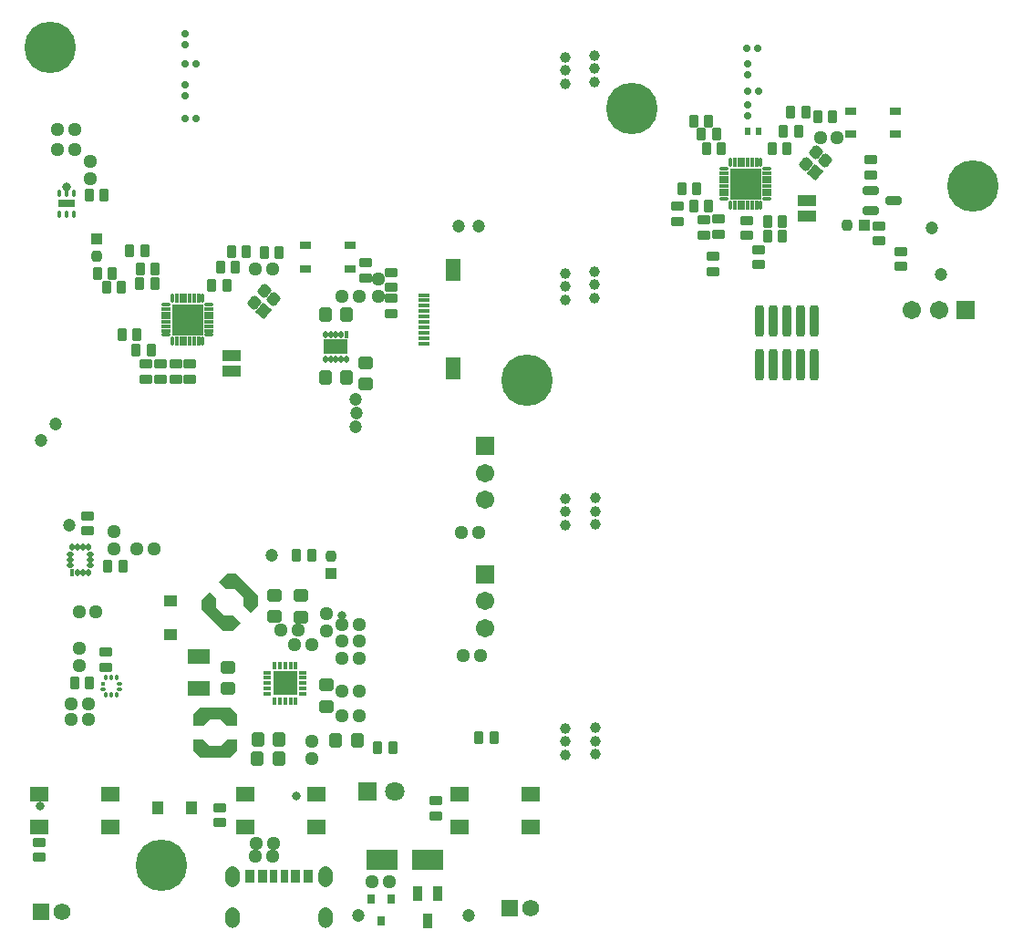
<source format=gbr>
G04*
G04 #@! TF.GenerationSoftware,Altium Limited,Altium Designer,24.10.1 (45)*
G04*
G04 Layer_Color=8388736*
%FSLAX44Y44*%
%MOMM*%
G71*
G04*
G04 #@! TF.SameCoordinates,58AE560C-37F5-4C9B-8F18-908462E99DB1*
G04*
G04*
G04 #@! TF.FilePolarity,Negative*
G04*
G01*
G75*
%ADD28C,1.0000*%
G04:AMPARAMS|DCode=30|XSize=0.6mm|YSize=0.7mm|CornerRadius=0.15mm|HoleSize=0mm|Usage=FLASHONLY|Rotation=0.000|XOffset=0mm|YOffset=0mm|HoleType=Round|Shape=RoundedRectangle|*
%AMROUNDEDRECTD30*
21,1,0.6000,0.4000,0,0,0.0*
21,1,0.3000,0.7000,0,0,0.0*
1,1,0.3000,0.1500,-0.2000*
1,1,0.3000,-0.1500,-0.2000*
1,1,0.3000,-0.1500,0.2000*
1,1,0.3000,0.1500,0.2000*
%
%ADD30ROUNDEDRECTD30*%
%ADD47R,0.6000X0.7000*%
%ADD48R,1.0414X0.6604*%
G04:AMPARAMS|DCode=49|XSize=0.6mm|YSize=0.7mm|CornerRadius=0.15mm|HoleSize=0mm|Usage=FLASHONLY|Rotation=90.000|XOffset=0mm|YOffset=0mm|HoleType=Round|Shape=RoundedRectangle|*
%AMROUNDEDRECTD49*
21,1,0.6000,0.4000,0,0,90.0*
21,1,0.3000,0.7000,0,0,90.0*
1,1,0.3000,0.2000,0.1500*
1,1,0.3000,0.2000,-0.1500*
1,1,0.3000,-0.2000,-0.1500*
1,1,0.3000,-0.2000,0.1500*
%
%ADD49ROUNDEDRECTD49*%
G04:AMPARAMS|DCode=77|XSize=0.39mm|YSize=0.64mm|CornerRadius=0.1325mm|HoleSize=0mm|Usage=FLASHONLY|Rotation=0.000|XOffset=0mm|YOffset=0mm|HoleType=Round|Shape=RoundedRectangle|*
%AMROUNDEDRECTD77*
21,1,0.3900,0.3750,0,0,0.0*
21,1,0.1250,0.6400,0,0,0.0*
1,1,0.2650,0.0625,-0.1875*
1,1,0.2650,-0.0625,-0.1875*
1,1,0.2650,-0.0625,0.1875*
1,1,0.2650,0.0625,0.1875*
%
%ADD77ROUNDEDRECTD77*%
%ADD78R,1.4900X0.7900*%
%ADD79C,1.2032*%
G04:AMPARAMS|DCode=80|XSize=1.5032mm|YSize=0.8032mm|CornerRadius=0.1766mm|HoleSize=0mm|Usage=FLASHONLY|Rotation=0.000|XOffset=0mm|YOffset=0mm|HoleType=Round|Shape=RoundedRectangle|*
%AMROUNDEDRECTD80*
21,1,1.5032,0.4500,0,0,0.0*
21,1,1.1500,0.8032,0,0,0.0*
1,1,0.3532,0.5750,-0.2250*
1,1,0.3532,-0.5750,-0.2250*
1,1,0.3532,-0.5750,0.2250*
1,1,0.3532,0.5750,0.2250*
%
%ADD80ROUNDEDRECTD80*%
G04:AMPARAMS|DCode=81|XSize=0.9032mm|YSize=1.2032mm|CornerRadius=0.2766mm|HoleSize=0mm|Usage=FLASHONLY|Rotation=90.000|XOffset=0mm|YOffset=0mm|HoleType=Round|Shape=RoundedRectangle|*
%AMROUNDEDRECTD81*
21,1,0.9032,0.6500,0,0,90.0*
21,1,0.3500,1.2032,0,0,90.0*
1,1,0.5532,0.3250,0.1750*
1,1,0.5532,0.3250,-0.1750*
1,1,0.5532,-0.3250,-0.1750*
1,1,0.5532,-0.3250,0.1750*
%
%ADD81ROUNDEDRECTD81*%
%ADD82R,0.4532X0.7032*%
G04:AMPARAMS|DCode=83|XSize=0.7032mm|YSize=0.4532mm|CornerRadius=0.1641mm|HoleSize=0mm|Usage=FLASHONLY|Rotation=270.000|XOffset=0mm|YOffset=0mm|HoleType=Round|Shape=RoundedRectangle|*
%AMROUNDEDRECTD83*
21,1,0.7032,0.1250,0,0,270.0*
21,1,0.3750,0.4532,0,0,270.0*
1,1,0.3282,-0.0625,-0.1875*
1,1,0.3282,-0.0625,0.1875*
1,1,0.3282,0.0625,0.1875*
1,1,0.3282,0.0625,-0.1875*
%
%ADD83ROUNDEDRECTD83*%
%ADD84R,2.2032X1.4032*%
G04:AMPARAMS|DCode=85|XSize=1.4032mm|YSize=1.2032mm|CornerRadius=0.3516mm|HoleSize=0mm|Usage=FLASHONLY|Rotation=90.000|XOffset=0mm|YOffset=0mm|HoleType=Round|Shape=RoundedRectangle|*
%AMROUNDEDRECTD85*
21,1,1.4032,0.5000,0,0,90.0*
21,1,0.7000,1.2032,0,0,90.0*
1,1,0.7032,0.2500,0.3500*
1,1,0.7032,0.2500,-0.3500*
1,1,0.7032,-0.2500,-0.3500*
1,1,0.7032,-0.2500,0.3500*
%
%ADD85ROUNDEDRECTD85*%
G04:AMPARAMS|DCode=86|XSize=1.4032mm|YSize=1.2032mm|CornerRadius=0.3516mm|HoleSize=0mm|Usage=FLASHONLY|Rotation=180.000|XOffset=0mm|YOffset=0mm|HoleType=Round|Shape=RoundedRectangle|*
%AMROUNDEDRECTD86*
21,1,1.4032,0.5000,0,0,180.0*
21,1,0.7000,1.2032,0,0,180.0*
1,1,0.7032,-0.3500,0.2500*
1,1,0.7032,0.3500,0.2500*
1,1,0.7032,0.3500,-0.2500*
1,1,0.7032,-0.3500,-0.2500*
%
%ADD86ROUNDEDRECTD86*%
G04:AMPARAMS|DCode=87|XSize=1.1032mm|YSize=1.1032mm|CornerRadius=0.3266mm|HoleSize=0mm|Usage=FLASHONLY|Rotation=90.000|XOffset=0mm|YOffset=0mm|HoleType=Round|Shape=RoundedRectangle|*
%AMROUNDEDRECTD87*
21,1,1.1032,0.4500,0,0,90.0*
21,1,0.4500,1.1032,0,0,90.0*
1,1,0.6532,0.2250,0.2250*
1,1,0.6532,0.2250,-0.2250*
1,1,0.6532,-0.2250,-0.2250*
1,1,0.6532,-0.2250,0.2250*
%
%ADD87ROUNDEDRECTD87*%
G04:AMPARAMS|DCode=88|XSize=1.1032mm|YSize=1.1032mm|CornerRadius=0.3266mm|HoleSize=0mm|Usage=FLASHONLY|Rotation=0.000|XOffset=0mm|YOffset=0mm|HoleType=Round|Shape=RoundedRectangle|*
%AMROUNDEDRECTD88*
21,1,1.1032,0.4500,0,0,0.0*
21,1,0.4500,1.1032,0,0,0.0*
1,1,0.6532,0.2250,-0.2250*
1,1,0.6532,-0.2250,-0.2250*
1,1,0.6532,-0.2250,0.2250*
1,1,0.6532,0.2250,0.2250*
%
%ADD88ROUNDEDRECTD88*%
G04:AMPARAMS|DCode=89|XSize=0.34mm|YSize=0.88mm|CornerRadius=0.115mm|HoleSize=0mm|Usage=FLASHONLY|Rotation=180.000|XOffset=0mm|YOffset=0mm|HoleType=Round|Shape=RoundedRectangle|*
%AMROUNDEDRECTD89*
21,1,0.3400,0.6500,0,0,180.0*
21,1,0.1100,0.8800,0,0,180.0*
1,1,0.2300,-0.0550,0.3250*
1,1,0.2300,0.0550,0.3250*
1,1,0.2300,0.0550,-0.3250*
1,1,0.2300,-0.0550,-0.3250*
%
%ADD89ROUNDEDRECTD89*%
%ADD90R,0.3400X0.8800*%
G04:AMPARAMS|DCode=91|XSize=0.34mm|YSize=0.88mm|CornerRadius=0.115mm|HoleSize=0mm|Usage=FLASHONLY|Rotation=270.000|XOffset=0mm|YOffset=0mm|HoleType=Round|Shape=RoundedRectangle|*
%AMROUNDEDRECTD91*
21,1,0.3400,0.6500,0,0,270.0*
21,1,0.1100,0.8800,0,0,270.0*
1,1,0.2300,-0.3250,-0.0550*
1,1,0.2300,-0.3250,0.0550*
1,1,0.2300,0.3250,0.0550*
1,1,0.2300,0.3250,-0.0550*
%
%ADD91ROUNDEDRECTD91*%
%ADD92R,0.8800X0.3400*%
%ADD93R,3.0032X3.0032*%
%ADD94R,1.0032X1.0032*%
G04:AMPARAMS|DCode=95|XSize=1.0032mm|YSize=1.0032mm|CornerRadius=0.3016mm|HoleSize=0mm|Usage=FLASHONLY|Rotation=270.000|XOffset=0mm|YOffset=0mm|HoleType=Round|Shape=RoundedRectangle|*
%AMROUNDEDRECTD95*
21,1,1.0032,0.4000,0,0,270.0*
21,1,0.4000,1.0032,0,0,270.0*
1,1,0.6032,-0.2000,-0.2000*
1,1,0.6032,-0.2000,0.2000*
1,1,0.6032,0.2000,0.2000*
1,1,0.6032,0.2000,-0.2000*
%
%ADD95ROUNDEDRECTD95*%
G04:AMPARAMS|DCode=96|XSize=0.9032mm|YSize=1.2032mm|CornerRadius=0.2766mm|HoleSize=0mm|Usage=FLASHONLY|Rotation=0.000|XOffset=0mm|YOffset=0mm|HoleType=Round|Shape=RoundedRectangle|*
%AMROUNDEDRECTD96*
21,1,0.9032,0.6500,0,0,0.0*
21,1,0.3500,1.2032,0,0,0.0*
1,1,0.5532,0.1750,-0.3250*
1,1,0.5532,-0.1750,-0.3250*
1,1,0.5532,-0.1750,0.3250*
1,1,0.5532,0.1750,0.3250*
%
%ADD96ROUNDEDRECTD96*%
%ADD97R,1.7032X1.0032*%
G04:AMPARAMS|DCode=98|XSize=1.0532mm|YSize=1.1532mm|CornerRadius=0.3141mm|HoleSize=0mm|Usage=FLASHONLY|Rotation=140.000|XOffset=0mm|YOffset=0mm|HoleType=Round|Shape=RoundedRectangle|*
%AMROUNDEDRECTD98*
21,1,1.0532,0.5250,0,0,140.0*
21,1,0.4250,1.1532,0,0,140.0*
1,1,0.6282,0.0060,0.3377*
1,1,0.6282,0.3315,0.0645*
1,1,0.6282,-0.0060,-0.3377*
1,1,0.6282,-0.3315,-0.0645*
%
%ADD98ROUNDEDRECTD98*%
G04:AMPARAMS|DCode=99|XSize=1.0532mm|YSize=1.1532mm|CornerRadius=0mm|HoleSize=0mm|Usage=FLASHONLY|Rotation=140.000|XOffset=0mm|YOffset=0mm|HoleType=Round|Shape=Rectangle|*
%AMROTATEDRECTD99*
4,1,4,0.7740,0.1032,0.0328,-0.7802,-0.7740,-0.1032,-0.0328,0.7802,0.7740,0.1032,0.0*
%
%ADD99ROTATEDRECTD99*%

G04:AMPARAMS|DCode=100|XSize=2.8956mm|YSize=0.8382mm|CornerRadius=0.235mm|HoleSize=0mm|Usage=FLASHONLY|Rotation=270.000|XOffset=0mm|YOffset=0mm|HoleType=Round|Shape=RoundedRectangle|*
%AMROUNDEDRECTD100*
21,1,2.8956,0.3683,0,0,270.0*
21,1,2.4257,0.8382,0,0,270.0*
1,1,0.4699,-0.1842,-1.2129*
1,1,0.4699,-0.1842,1.2129*
1,1,0.4699,0.1842,1.2129*
1,1,0.4699,0.1842,-1.2129*
%
%ADD100ROUNDEDRECTD100*%
%ADD101R,0.9016X1.3016*%
%ADD102R,0.8616X1.3016*%
%ADD103R,0.8016X1.3016*%
G04:AMPARAMS|DCode=104|XSize=0.74mm|YSize=0.38mm|CornerRadius=0.1mm|HoleSize=0mm|Usage=FLASHONLY|Rotation=180.000|XOffset=0mm|YOffset=0mm|HoleType=Round|Shape=RoundedRectangle|*
%AMROUNDEDRECTD104*
21,1,0.7400,0.1800,0,0,180.0*
21,1,0.5400,0.3800,0,0,180.0*
1,1,0.2000,-0.2700,0.0900*
1,1,0.2000,0.2700,0.0900*
1,1,0.2000,0.2700,-0.0900*
1,1,0.2000,-0.2700,-0.0900*
%
%ADD104ROUNDEDRECTD104*%
G04:AMPARAMS|DCode=105|XSize=0.74mm|YSize=0.38mm|CornerRadius=0.1mm|HoleSize=0mm|Usage=FLASHONLY|Rotation=90.000|XOffset=0mm|YOffset=0mm|HoleType=Round|Shape=RoundedRectangle|*
%AMROUNDEDRECTD105*
21,1,0.7400,0.1800,0,0,90.0*
21,1,0.5400,0.3800,0,0,90.0*
1,1,0.2000,0.0900,0.2700*
1,1,0.2000,0.0900,-0.2700*
1,1,0.2000,-0.0900,-0.2700*
1,1,0.2000,-0.0900,0.2700*
%
%ADD105ROUNDEDRECTD105*%
%ADD106R,0.3800X0.7400*%
%ADD107R,2.1900X2.1900*%
%ADD108R,1.3508X2.0508*%
%ADD109R,1.0508X0.3508*%
%ADD110R,2.8532X1.9532*%
%ADD111R,2.0066X1.3208*%
G04:AMPARAMS|DCode=112|XSize=0.4mm|YSize=0.4249mm|CornerRadius=0.125mm|HoleSize=0mm|Usage=FLASHONLY|Rotation=180.000|XOffset=0mm|YOffset=0mm|HoleType=Round|Shape=RoundedRectangle|*
%AMROUNDEDRECTD112*
21,1,0.4000,0.1749,0,0,180.0*
21,1,0.1500,0.4249,0,0,180.0*
1,1,0.2500,-0.0750,0.0874*
1,1,0.2500,0.0750,0.0874*
1,1,0.2500,0.0750,-0.0874*
1,1,0.2500,-0.0750,-0.0874*
%
%ADD112ROUNDEDRECTD112*%
G04:AMPARAMS|DCode=113|XSize=0.4mm|YSize=0.4249mm|CornerRadius=0.125mm|HoleSize=0mm|Usage=FLASHONLY|Rotation=270.000|XOffset=0mm|YOffset=0mm|HoleType=Round|Shape=RoundedRectangle|*
%AMROUNDEDRECTD113*
21,1,0.4000,0.1749,0,0,270.0*
21,1,0.1500,0.4249,0,0,270.0*
1,1,0.2500,-0.0874,-0.0750*
1,1,0.2500,-0.0874,0.0750*
1,1,0.2500,0.0874,0.0750*
1,1,0.2500,0.0874,-0.0750*
%
%ADD113ROUNDEDRECTD113*%
%ADD114R,0.4249X0.4000*%
%ADD115R,1.7032X1.4032*%
%ADD116R,1.0032X1.0032*%
G04:AMPARAMS|DCode=117|XSize=1.0032mm|YSize=1.0032mm|CornerRadius=0.3016mm|HoleSize=0mm|Usage=FLASHONLY|Rotation=0.000|XOffset=0mm|YOffset=0mm|HoleType=Round|Shape=RoundedRectangle|*
%AMROUNDEDRECTD117*
21,1,1.0032,0.4000,0,0,0.0*
21,1,0.4000,1.0032,0,0,0.0*
1,1,0.6032,0.2000,-0.2000*
1,1,0.6032,-0.2000,-0.2000*
1,1,0.6032,-0.2000,0.2000*
1,1,0.6032,0.2000,0.2000*
%
%ADD117ROUNDEDRECTD117*%
%ADD118R,1.1032X1.1532*%
%ADD119R,0.8532X1.3532*%
%ADD120R,0.8032X0.9032*%
G04:AMPARAMS|DCode=121|XSize=0.6782mm|YSize=0.4532mm|CornerRadius=0.1641mm|HoleSize=0mm|Usage=FLASHONLY|Rotation=180.000|XOffset=0mm|YOffset=0mm|HoleType=Round|Shape=RoundedRectangle|*
%AMROUNDEDRECTD121*
21,1,0.6782,0.1250,0,0,180.0*
21,1,0.3500,0.4532,0,0,180.0*
1,1,0.3282,-0.1750,0.0625*
1,1,0.3282,0.1750,0.0625*
1,1,0.3282,0.1750,-0.0625*
1,1,0.3282,-0.1750,-0.0625*
%
%ADD121ROUNDEDRECTD121*%
G04:AMPARAMS|DCode=122|XSize=0.6782mm|YSize=0.4532mm|CornerRadius=0.1641mm|HoleSize=0mm|Usage=FLASHONLY|Rotation=90.000|XOffset=0mm|YOffset=0mm|HoleType=Round|Shape=RoundedRectangle|*
%AMROUNDEDRECTD122*
21,1,0.6782,0.1250,0,0,90.0*
21,1,0.3500,0.4532,0,0,90.0*
1,1,0.3282,0.0625,0.1750*
1,1,0.3282,0.0625,-0.1750*
1,1,0.3282,-0.0625,-0.1750*
1,1,0.3282,-0.0625,0.1750*
%
%ADD122ROUNDEDRECTD122*%
G04:AMPARAMS|DCode=123|XSize=0.6782mm|YSize=0.4532mm|CornerRadius=0.1641mm|HoleSize=0mm|Usage=FLASHONLY|Rotation=90.000|XOffset=0mm|YOffset=0mm|HoleType=Round|Shape=RoundedRectangle|*
%AMROUNDEDRECTD123*
21,1,0.6782,0.1250,0,0,90.0*
21,1,0.3500,0.4532,0,0,90.0*
1,1,0.3282,0.0625,0.1750*
1,1,0.3282,0.0625,-0.1750*
1,1,0.3282,-0.0625,-0.1750*
1,1,0.3282,-0.0625,0.1750*
%
%ADD123ROUNDEDRECTD123*%
%ADD124R,0.4532X0.6782*%
%ADD125R,1.1532X1.1032*%
%ADD126C,4.7752*%
%ADD127R,1.5712X1.5712*%
%ADD128C,1.5712*%
%ADD129R,1.7112X1.7112*%
%ADD130C,1.7112*%
%ADD131C,1.8032*%
%ADD132R,1.8032X1.8032*%
%ADD133R,1.7112X1.7112*%
%ADD134C,0.8382*%
%ADD135C,0.4532*%
%ADD136C,0.4572*%
G36*
X208092Y44670D02*
X208432Y44640D01*
X208772Y44600D01*
X209102Y44540D01*
X209432Y44460D01*
X209762Y44360D01*
X210082Y44250D01*
X210392Y44120D01*
X210702Y43970D01*
X211002Y43810D01*
X211292Y43630D01*
X211572Y43440D01*
X211842Y43230D01*
X212102Y43010D01*
X212352Y42780D01*
X212582Y42530D01*
X212802Y42270D01*
X213012Y42000D01*
X213202Y41720D01*
X213382Y41430D01*
X213542Y41130D01*
X213692Y40820D01*
X213822Y40510D01*
X213932Y40190D01*
X214032Y39860D01*
X214112Y39530D01*
X214172Y39200D01*
X214212Y38860D01*
X214242Y38520D01*
X214252Y38180D01*
Y32180D01*
X214242Y31840D01*
X214212Y31500D01*
X214172Y31160D01*
X214112Y30830D01*
X214032Y30500D01*
X213932Y30170D01*
X213822Y29850D01*
X213692Y29540D01*
X213542Y29230D01*
X213382Y28930D01*
X213202Y28640D01*
X213012Y28360D01*
X212802Y28090D01*
X212582Y27830D01*
X212352Y27580D01*
X212102Y27350D01*
X211842Y27130D01*
X211572Y26920D01*
X211292Y26730D01*
X211002Y26550D01*
X210702Y26390D01*
X210392Y26240D01*
X210082Y26110D01*
X209762Y26000D01*
X209432Y25900D01*
X209102Y25820D01*
X208772Y25760D01*
X208432Y25720D01*
X208092Y25690D01*
X207752Y25680D01*
X207412Y25690D01*
X207072Y25720D01*
X206732Y25760D01*
X206402Y25820D01*
X206072Y25900D01*
X205742Y26000D01*
X205422Y26110D01*
X205112Y26240D01*
X204802Y26390D01*
X204502Y26550D01*
X204212Y26730D01*
X203932Y26920D01*
X203662Y27130D01*
X203402Y27350D01*
X203152Y27580D01*
X202922Y27830D01*
X202702Y28090D01*
X202492Y28360D01*
X202302Y28640D01*
X202122Y28930D01*
X201962Y29230D01*
X201812Y29540D01*
X201682Y29850D01*
X201572Y30170D01*
X201472Y30500D01*
X201392Y30830D01*
X201332Y31160D01*
X201292Y31500D01*
X201262Y31840D01*
X201252Y32180D01*
Y38180D01*
X201262Y38520D01*
X201292Y38860D01*
X201332Y39200D01*
X201392Y39530D01*
X201472Y39860D01*
X201572Y40190D01*
X201682Y40510D01*
X201812Y40820D01*
X201962Y41130D01*
X202122Y41430D01*
X202302Y41720D01*
X202492Y42000D01*
X202702Y42270D01*
X202922Y42530D01*
X203152Y42780D01*
X203402Y43010D01*
X203662Y43230D01*
X203932Y43440D01*
X204212Y43630D01*
X204502Y43810D01*
X204802Y43970D01*
X205112Y44120D01*
X205422Y44250D01*
X205742Y44360D01*
X206072Y44460D01*
X206402Y44540D01*
X206732Y44600D01*
X207072Y44640D01*
X207412Y44670D01*
X207752Y44680D01*
X208092Y44670D01*
D02*
G37*
G36*
Y82670D02*
X208432Y82640D01*
X208772Y82600D01*
X209102Y82540D01*
X209432Y82460D01*
X209762Y82360D01*
X210082Y82250D01*
X210392Y82120D01*
X210702Y81970D01*
X211002Y81810D01*
X211292Y81630D01*
X211572Y81440D01*
X211842Y81230D01*
X212102Y81010D01*
X212352Y80780D01*
X212582Y80530D01*
X212802Y80270D01*
X213012Y80000D01*
X213202Y79720D01*
X213382Y79430D01*
X213542Y79130D01*
X213692Y78820D01*
X213822Y78510D01*
X213932Y78190D01*
X214032Y77860D01*
X214112Y77530D01*
X214172Y77200D01*
X214212Y76860D01*
X214242Y76520D01*
X214252Y76180D01*
Y70180D01*
X214242Y69840D01*
X214212Y69500D01*
X214172Y69160D01*
X214112Y68830D01*
X214032Y68500D01*
X213932Y68170D01*
X213822Y67850D01*
X213692Y67540D01*
X213542Y67230D01*
X213382Y66930D01*
X213202Y66640D01*
X213012Y66360D01*
X212802Y66090D01*
X212582Y65830D01*
X212352Y65580D01*
X212102Y65350D01*
X211842Y65130D01*
X211572Y64920D01*
X211292Y64730D01*
X211002Y64550D01*
X210702Y64390D01*
X210392Y64240D01*
X210082Y64110D01*
X209762Y64000D01*
X209432Y63900D01*
X209102Y63820D01*
X208772Y63760D01*
X208432Y63720D01*
X208092Y63690D01*
X207752Y63680D01*
X207412Y63690D01*
X207072Y63720D01*
X206732Y63760D01*
X206402Y63820D01*
X206072Y63900D01*
X205742Y64000D01*
X205422Y64110D01*
X205112Y64240D01*
X204802Y64390D01*
X204502Y64550D01*
X204212Y64730D01*
X203932Y64920D01*
X203662Y65130D01*
X203402Y65350D01*
X203152Y65580D01*
X202922Y65830D01*
X202702Y66090D01*
X202492Y66360D01*
X202302Y66640D01*
X202122Y66930D01*
X201962Y67230D01*
X201812Y67540D01*
X201682Y67850D01*
X201572Y68170D01*
X201472Y68500D01*
X201392Y68830D01*
X201332Y69160D01*
X201292Y69500D01*
X201262Y69840D01*
X201252Y70180D01*
Y76180D01*
X201262Y76520D01*
X201292Y76860D01*
X201332Y77200D01*
X201392Y77530D01*
X201472Y77860D01*
X201572Y78190D01*
X201682Y78510D01*
X201812Y78820D01*
X201962Y79130D01*
X202122Y79430D01*
X202302Y79720D01*
X202492Y80000D01*
X202702Y80270D01*
X202922Y80530D01*
X203152Y80780D01*
X203402Y81010D01*
X203662Y81230D01*
X203932Y81440D01*
X204212Y81630D01*
X204502Y81810D01*
X204802Y81970D01*
X205112Y82120D01*
X205422Y82250D01*
X205742Y82360D01*
X206072Y82460D01*
X206402Y82540D01*
X206732Y82600D01*
X207072Y82640D01*
X207412Y82670D01*
X207752Y82680D01*
X208092Y82670D01*
D02*
G37*
G36*
X294492Y44670D02*
X294832Y44640D01*
X295172Y44600D01*
X295502Y44540D01*
X295832Y44460D01*
X296162Y44360D01*
X296482Y44250D01*
X296792Y44120D01*
X297102Y43970D01*
X297402Y43810D01*
X297692Y43630D01*
X297972Y43440D01*
X298242Y43230D01*
X298502Y43010D01*
X298752Y42780D01*
X298982Y42530D01*
X299202Y42270D01*
X299412Y42000D01*
X299602Y41720D01*
X299782Y41430D01*
X299942Y41130D01*
X300092Y40820D01*
X300222Y40510D01*
X300332Y40190D01*
X300432Y39860D01*
X300512Y39530D01*
X300572Y39200D01*
X300612Y38860D01*
X300642Y38520D01*
X300652Y38180D01*
Y32180D01*
X300642Y31840D01*
X300612Y31500D01*
X300572Y31160D01*
X300512Y30830D01*
X300432Y30500D01*
X300332Y30170D01*
X300222Y29850D01*
X300092Y29540D01*
X299942Y29230D01*
X299782Y28930D01*
X299602Y28640D01*
X299412Y28360D01*
X299202Y28090D01*
X298982Y27830D01*
X298752Y27580D01*
X298502Y27350D01*
X298242Y27130D01*
X297972Y26920D01*
X297692Y26730D01*
X297402Y26550D01*
X297102Y26390D01*
X296792Y26240D01*
X296482Y26110D01*
X296162Y26000D01*
X295832Y25900D01*
X295502Y25820D01*
X295172Y25760D01*
X294832Y25720D01*
X294492Y25690D01*
X294152Y25680D01*
X293812Y25690D01*
X293472Y25720D01*
X293132Y25760D01*
X292802Y25820D01*
X292472Y25900D01*
X292142Y26000D01*
X291822Y26110D01*
X291512Y26240D01*
X291202Y26390D01*
X290902Y26550D01*
X290612Y26730D01*
X290332Y26920D01*
X290062Y27130D01*
X289802Y27350D01*
X289552Y27580D01*
X289322Y27830D01*
X289102Y28090D01*
X288892Y28360D01*
X288702Y28640D01*
X288522Y28930D01*
X288362Y29230D01*
X288212Y29540D01*
X288082Y29850D01*
X287972Y30170D01*
X287872Y30500D01*
X287792Y30830D01*
X287732Y31160D01*
X287692Y31500D01*
X287662Y31840D01*
X287652Y32180D01*
Y38180D01*
X287662Y38520D01*
X287692Y38860D01*
X287732Y39200D01*
X287792Y39530D01*
X287872Y39860D01*
X287972Y40190D01*
X288082Y40510D01*
X288212Y40820D01*
X288362Y41130D01*
X288522Y41430D01*
X288702Y41720D01*
X288892Y42000D01*
X289102Y42270D01*
X289322Y42530D01*
X289552Y42780D01*
X289802Y43010D01*
X290062Y43230D01*
X290332Y43440D01*
X290612Y43630D01*
X290902Y43810D01*
X291202Y43970D01*
X291512Y44120D01*
X291822Y44250D01*
X292142Y44360D01*
X292472Y44460D01*
X292802Y44540D01*
X293132Y44600D01*
X293472Y44640D01*
X293812Y44670D01*
X294152Y44680D01*
X294492Y44670D01*
D02*
G37*
G36*
Y82670D02*
X294832Y82640D01*
X295172Y82600D01*
X295502Y82540D01*
X295832Y82460D01*
X296162Y82360D01*
X296482Y82250D01*
X296792Y82120D01*
X297102Y81970D01*
X297402Y81810D01*
X297692Y81630D01*
X297972Y81440D01*
X298242Y81230D01*
X298502Y81010D01*
X298752Y80780D01*
X298982Y80530D01*
X299202Y80270D01*
X299412Y80000D01*
X299602Y79720D01*
X299782Y79430D01*
X299942Y79130D01*
X300092Y78820D01*
X300222Y78510D01*
X300332Y78190D01*
X300432Y77860D01*
X300512Y77530D01*
X300572Y77200D01*
X300612Y76860D01*
X300642Y76520D01*
X300652Y76180D01*
Y70180D01*
X300642Y69840D01*
X300612Y69500D01*
X300572Y69160D01*
X300512Y68830D01*
X300432Y68500D01*
X300332Y68170D01*
X300222Y67850D01*
X300092Y67540D01*
X299942Y67230D01*
X299782Y66930D01*
X299602Y66640D01*
X299412Y66360D01*
X299202Y66090D01*
X298982Y65830D01*
X298752Y65580D01*
X298502Y65350D01*
X298242Y65130D01*
X297972Y64920D01*
X297692Y64730D01*
X297402Y64550D01*
X297102Y64390D01*
X296792Y64240D01*
X296482Y64110D01*
X296162Y64000D01*
X295832Y63900D01*
X295502Y63820D01*
X295172Y63760D01*
X294832Y63720D01*
X294492Y63690D01*
X294152Y63680D01*
X293812Y63690D01*
X293472Y63720D01*
X293132Y63760D01*
X292802Y63820D01*
X292472Y63900D01*
X292142Y64000D01*
X291822Y64110D01*
X291512Y64240D01*
X291202Y64390D01*
X290902Y64550D01*
X290612Y64730D01*
X290332Y64920D01*
X290062Y65130D01*
X289802Y65350D01*
X289552Y65580D01*
X289322Y65830D01*
X289102Y66090D01*
X288892Y66360D01*
X288702Y66640D01*
X288522Y66930D01*
X288362Y67230D01*
X288212Y67540D01*
X288082Y67850D01*
X287972Y68170D01*
X287872Y68500D01*
X287792Y68830D01*
X287732Y69160D01*
X287692Y69500D01*
X287662Y69840D01*
X287652Y70180D01*
Y76180D01*
X287662Y76520D01*
X287692Y76860D01*
X287732Y77200D01*
X287792Y77530D01*
X287872Y77860D01*
X287972Y78190D01*
X288082Y78510D01*
X288212Y78820D01*
X288362Y79130D01*
X288522Y79430D01*
X288702Y79720D01*
X288892Y80000D01*
X289102Y80270D01*
X289322Y80530D01*
X289552Y80780D01*
X289802Y81010D01*
X290062Y81230D01*
X290332Y81440D01*
X290612Y81630D01*
X290902Y81810D01*
X291202Y81970D01*
X291512Y82120D01*
X291822Y82250D01*
X292142Y82360D01*
X292472Y82460D01*
X292802Y82540D01*
X293132Y82600D01*
X293472Y82640D01*
X293812Y82670D01*
X294152Y82680D01*
X294492Y82670D01*
D02*
G37*
G36*
X180477Y200510D02*
X186427Y194710D01*
X197113D01*
X203063Y200510D01*
X212220D01*
Y190201D01*
X206140Y184010D01*
X177400D01*
X171320Y190201D01*
Y200510D01*
X180477D01*
D02*
G37*
G36*
X177400Y230010D02*
X206140D01*
X212220Y223819D01*
Y213510D01*
X203063D01*
X197113Y219310D01*
X186427D01*
X180477Y213510D01*
X171320D01*
Y223819D01*
X177400Y230010D01*
D02*
G37*
G36*
X231656Y334017D02*
X231578Y325339D01*
X224289Y318050D01*
X217814Y324525D01*
X217708Y332833D01*
X210151Y340390D01*
X201843Y340496D01*
X195368Y346970D01*
X202657Y354260D01*
X211335Y354338D01*
X231656Y334017D01*
D02*
G37*
G36*
X192650Y331303D02*
X192756Y322995D01*
X200313Y315438D01*
X208621Y315332D01*
X215096Y308857D01*
X207807Y301568D01*
X199129Y301490D01*
X178808Y321811D01*
X178886Y330489D01*
X186175Y337778D01*
X192650Y331303D01*
D02*
G37*
D28*
X543564Y610434D02*
D03*
Y622880D02*
D03*
Y635072D02*
D03*
X543814Y823468D02*
D03*
Y835660D02*
D03*
Y811022D02*
D03*
X516890Y211074D02*
D03*
Y198882D02*
D03*
Y186436D02*
D03*
X544830Y186690D02*
D03*
Y199136D02*
D03*
Y211328D02*
D03*
X516890Y424434D02*
D03*
Y412242D02*
D03*
Y399796D02*
D03*
X544830Y400050D02*
D03*
Y412496D02*
D03*
Y424688D02*
D03*
X516640Y633294D02*
D03*
Y621102D02*
D03*
Y608656D02*
D03*
X516890Y809244D02*
D03*
Y821690D02*
D03*
Y833882D02*
D03*
D30*
X695626Y842264D02*
D03*
X685626D02*
D03*
X695880Y802894D02*
D03*
X685880D02*
D03*
X163656Y828040D02*
D03*
X173656D02*
D03*
X163656Y777240D02*
D03*
X173656D02*
D03*
D47*
X696134Y765556D02*
D03*
X686134D02*
D03*
D48*
X781636Y784180D02*
D03*
Y762680D02*
D03*
X823136Y784180D02*
D03*
Y762680D02*
D03*
X317168Y637712D02*
D03*
Y659212D02*
D03*
X275668Y637712D02*
D03*
Y659212D02*
D03*
D49*
X685800Y828214D02*
D03*
Y818214D02*
D03*
X686054Y789606D02*
D03*
Y779606D02*
D03*
X163830Y808148D02*
D03*
Y798148D02*
D03*
Y856154D02*
D03*
Y846154D02*
D03*
D77*
X60094Y707644D02*
D03*
X53594D02*
D03*
X47094D02*
D03*
X60094Y688644D02*
D03*
X53594D02*
D03*
X47094D02*
D03*
D78*
X53594Y698144D02*
D03*
D79*
X417830Y676910D02*
D03*
X322580Y503682D02*
D03*
X857250Y675386D02*
D03*
X865886Y632714D02*
D03*
X322326Y516128D02*
D03*
X56134Y399796D02*
D03*
X29718Y478028D02*
D03*
X43180Y493268D02*
D03*
X243840Y371856D02*
D03*
X427228Y37338D02*
D03*
X324358Y36830D02*
D03*
X322326Y491236D02*
D03*
X435951Y676910D02*
D03*
D80*
X800522Y710286D02*
D03*
Y691286D02*
D03*
X821522Y700786D02*
D03*
D81*
X355346Y596250D02*
D03*
Y610250D02*
D03*
X808370Y663560D02*
D03*
Y677560D02*
D03*
X684926Y668386D02*
D03*
Y682386D02*
D03*
X653796Y635112D02*
D03*
Y649112D02*
D03*
X658876Y669656D02*
D03*
Y683656D02*
D03*
X645414Y669148D02*
D03*
Y683148D02*
D03*
X828040Y639684D02*
D03*
Y653684D02*
D03*
X696214Y641462D02*
D03*
Y655462D02*
D03*
X800242Y725028D02*
D03*
Y739028D02*
D03*
X621172Y681848D02*
D03*
Y695848D02*
D03*
X195834Y123302D02*
D03*
Y137302D02*
D03*
X331216Y643270D02*
D03*
Y629270D02*
D03*
X355346Y620380D02*
D03*
Y634380D02*
D03*
X155448Y535036D02*
D03*
Y549036D02*
D03*
X167894Y535036D02*
D03*
Y549036D02*
D03*
X140970Y535290D02*
D03*
Y549290D02*
D03*
X127254Y535290D02*
D03*
Y549290D02*
D03*
X73406Y408320D02*
D03*
Y394320D02*
D03*
X90170Y267574D02*
D03*
Y281574D02*
D03*
X28448Y91298D02*
D03*
Y105298D02*
D03*
X396494Y143652D02*
D03*
Y129652D02*
D03*
D82*
X313784Y576904D02*
D03*
D83*
X308784D02*
D03*
X303784D02*
D03*
X298784D02*
D03*
X293784D02*
D03*
Y553904D02*
D03*
X298784D02*
D03*
X303784D02*
D03*
X308784D02*
D03*
X313784D02*
D03*
D84*
X303784Y565404D02*
D03*
D85*
X313784Y536702D02*
D03*
X293784D02*
D03*
X313784Y595376D02*
D03*
X293784D02*
D03*
X323690Y199390D02*
D03*
X303690D02*
D03*
X231046Y200660D02*
D03*
X251046D02*
D03*
X250792Y182372D02*
D03*
X230792D02*
D03*
D86*
X331216Y550512D02*
D03*
Y530512D02*
D03*
X271272Y314358D02*
D03*
Y334358D02*
D03*
X246888Y314612D02*
D03*
Y334612D02*
D03*
X203200Y267810D02*
D03*
Y247810D02*
D03*
X294640Y231300D02*
D03*
Y251300D02*
D03*
D87*
X325246Y612394D02*
D03*
X309246D02*
D03*
X769492Y758952D02*
D03*
X753492D02*
D03*
X421768Y278384D02*
D03*
X437768D02*
D03*
X436244Y392938D02*
D03*
X420244D02*
D03*
X61594Y766572D02*
D03*
X45594D02*
D03*
X45086Y748284D02*
D03*
X61086D02*
D03*
X252604Y301752D02*
D03*
X268604D02*
D03*
X309500Y292354D02*
D03*
X325500D02*
D03*
X309500Y307086D02*
D03*
X325500D02*
D03*
X265304Y288798D02*
D03*
X281304D02*
D03*
X244728Y637032D02*
D03*
X228728D02*
D03*
X228728Y92202D02*
D03*
X244728D02*
D03*
X229744Y103632D02*
D03*
X245744D02*
D03*
X337694Y68580D02*
D03*
X353694D02*
D03*
X309500Y222250D02*
D03*
X325500D02*
D03*
X309500Y245110D02*
D03*
X325500D02*
D03*
X325500Y275590D02*
D03*
X309500D02*
D03*
X119254Y377698D02*
D03*
X135254D02*
D03*
X65152Y318770D02*
D03*
X81152D02*
D03*
X73658Y219456D02*
D03*
X57658D02*
D03*
X73786Y233426D02*
D03*
X57786D02*
D03*
D88*
X343154Y612268D02*
D03*
Y628268D02*
D03*
X75438Y736980D02*
D03*
Y720980D02*
D03*
X295148Y301372D02*
D03*
Y317372D02*
D03*
X281432Y198754D02*
D03*
Y182754D02*
D03*
X98044Y393826D02*
D03*
Y377826D02*
D03*
X65786Y269368D02*
D03*
Y285368D02*
D03*
D89*
X698196Y696646D02*
D03*
X670196D02*
D03*
Y736346D02*
D03*
X698196D02*
D03*
X180078Y570352D02*
D03*
X152078D02*
D03*
Y610052D02*
D03*
X180078D02*
D03*
D90*
X694196Y696646D02*
D03*
X690196D02*
D03*
X686196D02*
D03*
X682196D02*
D03*
X678196D02*
D03*
X674196D02*
D03*
Y736346D02*
D03*
X678196D02*
D03*
X682196D02*
D03*
X686196D02*
D03*
X690196D02*
D03*
X694196D02*
D03*
X176078Y570352D02*
D03*
X172078D02*
D03*
X168078D02*
D03*
X164078D02*
D03*
X160078D02*
D03*
X156078D02*
D03*
Y610052D02*
D03*
X160078D02*
D03*
X164078D02*
D03*
X168078D02*
D03*
X172078D02*
D03*
X176078D02*
D03*
D91*
X664346Y702496D02*
D03*
Y730496D02*
D03*
X704046D02*
D03*
Y702496D02*
D03*
X146228Y576202D02*
D03*
Y604202D02*
D03*
X185928D02*
D03*
Y576202D02*
D03*
D92*
X664346Y706496D02*
D03*
Y714496D02*
D03*
Y718496D02*
D03*
Y722496D02*
D03*
Y726496D02*
D03*
X704046D02*
D03*
Y722496D02*
D03*
Y718496D02*
D03*
Y714496D02*
D03*
Y710496D02*
D03*
Y706496D02*
D03*
X664346Y710496D02*
D03*
X146228Y580202D02*
D03*
Y588202D02*
D03*
Y592202D02*
D03*
Y596202D02*
D03*
Y600202D02*
D03*
X185928D02*
D03*
Y596202D02*
D03*
Y592202D02*
D03*
Y588202D02*
D03*
Y584202D02*
D03*
Y580202D02*
D03*
X146228Y584202D02*
D03*
D93*
X684196Y716496D02*
D03*
X166078Y590202D02*
D03*
D94*
X794780Y677672D02*
D03*
D95*
X778780D02*
D03*
D96*
X718596Y681736D02*
D03*
X704596D02*
D03*
X636016Y695706D02*
D03*
X650016D02*
D03*
X708772Y749046D02*
D03*
X722772D02*
D03*
X733186Y765302D02*
D03*
X719186D02*
D03*
X726044Y783336D02*
D03*
X740044D02*
D03*
X750936Y779018D02*
D03*
X764936D02*
D03*
X718596Y667766D02*
D03*
X704596D02*
D03*
X624952Y711962D02*
D03*
X638952D02*
D03*
X647812Y749554D02*
D03*
X661812D02*
D03*
X650128Y774192D02*
D03*
X636128D02*
D03*
X642986Y762508D02*
D03*
X656986D02*
D03*
X356504Y192532D02*
D03*
X342504D02*
D03*
X436738Y202184D02*
D03*
X450738D02*
D03*
X210342Y639318D02*
D03*
X196342D02*
D03*
X206756Y653796D02*
D03*
X220756D02*
D03*
X202326Y622300D02*
D03*
X188326D02*
D03*
X251094Y652272D02*
D03*
X237094D02*
D03*
X61072Y252984D02*
D03*
X75072D02*
D03*
X106060Y361696D02*
D03*
X92060D02*
D03*
X118222Y562356D02*
D03*
X132222D02*
D03*
X105014Y576580D02*
D03*
X119014D02*
D03*
X121524Y623570D02*
D03*
X135524D02*
D03*
X126177Y654307D02*
D03*
X112177D02*
D03*
X122174Y637286D02*
D03*
X136174D02*
D03*
X104790Y620268D02*
D03*
X90790D02*
D03*
X96408Y633222D02*
D03*
X82408D02*
D03*
X88788Y706120D02*
D03*
X74788D02*
D03*
X281066Y371348D02*
D03*
X267066D02*
D03*
D97*
X741060Y686174D02*
D03*
Y701174D02*
D03*
X207010Y542410D02*
D03*
Y557410D02*
D03*
D98*
X740156Y734822D02*
D03*
X749476Y745930D02*
D03*
X758286Y738538D02*
D03*
X246047Y609934D02*
D03*
X237237Y617326D02*
D03*
X227917Y606218D02*
D03*
D99*
X748966Y727430D02*
D03*
X236727Y598826D02*
D03*
D100*
X747776Y588772D02*
D03*
Y548132D02*
D03*
X735076Y588772D02*
D03*
Y548132D02*
D03*
X722376Y588772D02*
D03*
Y548132D02*
D03*
X709676Y588772D02*
D03*
Y548132D02*
D03*
X696976Y588772D02*
D03*
Y548132D02*
D03*
D101*
X223452Y73980D02*
D03*
X278452D02*
D03*
D102*
X235752D02*
D03*
X266152D02*
D03*
D103*
X245952D02*
D03*
X255952D02*
D03*
D104*
X273040Y242740D02*
D03*
Y247740D02*
D03*
Y252740D02*
D03*
Y257740D02*
D03*
Y262740D02*
D03*
X240040D02*
D03*
Y257740D02*
D03*
Y252740D02*
D03*
Y247740D02*
D03*
Y242740D02*
D03*
D105*
X266540Y269240D02*
D03*
X261540D02*
D03*
X256540D02*
D03*
X251540D02*
D03*
X246540D02*
D03*
X251540Y236240D02*
D03*
X256540D02*
D03*
X261540D02*
D03*
X266540D02*
D03*
D106*
X246540D02*
D03*
D107*
X256540Y252740D02*
D03*
D108*
X412964Y636304D02*
D03*
Y545304D02*
D03*
D109*
X385964Y613304D02*
D03*
Y608304D02*
D03*
Y603304D02*
D03*
Y598304D02*
D03*
Y593304D02*
D03*
Y588304D02*
D03*
Y583304D02*
D03*
Y578304D02*
D03*
Y573304D02*
D03*
Y568304D02*
D03*
D110*
X389292Y88392D02*
D03*
X346292D02*
D03*
D111*
X176530Y247904D02*
D03*
Y277876D02*
D03*
D112*
X90424Y257810D02*
D03*
X100424D02*
D03*
X95424D02*
D03*
X100424Y242310D02*
D03*
X95424D02*
D03*
X90424D02*
D03*
D113*
X102924Y247560D02*
D03*
X87924D02*
D03*
X102924Y252560D02*
D03*
D114*
X87924D02*
D03*
D115*
X94468Y119620D02*
D03*
X28468Y149620D02*
D03*
Y119620D02*
D03*
X94468Y149620D02*
D03*
X285730Y119620D02*
D03*
X219730Y149620D02*
D03*
Y119620D02*
D03*
X285730Y149620D02*
D03*
X484358Y119620D02*
D03*
X418358Y149620D02*
D03*
Y119620D02*
D03*
X484358Y149620D02*
D03*
D116*
X81788Y665352D02*
D03*
X298958Y354966D02*
D03*
D117*
X81788Y649352D02*
D03*
X298958Y370966D02*
D03*
D118*
X138428Y137160D02*
D03*
X169928D02*
D03*
D119*
X388874Y31954D02*
D03*
X379374Y57454D02*
D03*
X398374D02*
D03*
D120*
X336194Y52164D02*
D03*
X355194D02*
D03*
X345694Y32164D02*
D03*
D121*
X75419Y372538D02*
D03*
Y362538D02*
D03*
Y367538D02*
D03*
X57169Y372538D02*
D03*
Y362538D02*
D03*
Y367538D02*
D03*
D122*
X58794Y379163D02*
D03*
D123*
X73794D02*
D03*
X68794D02*
D03*
X63794D02*
D03*
X73794Y355913D02*
D03*
X68794D02*
D03*
X63794D02*
D03*
D124*
X58794D02*
D03*
D125*
X149860Y297940D02*
D03*
Y329440D02*
D03*
D126*
X38354Y842772D02*
D03*
X578358Y786384D02*
D03*
X895096Y714248D02*
D03*
X481076Y534416D02*
D03*
X141478Y83566D02*
D03*
D127*
X464980Y43600D02*
D03*
X29624Y40298D02*
D03*
D128*
X484980Y43600D02*
D03*
X49624Y40298D02*
D03*
D129*
X888854Y599694D02*
D03*
D130*
X863854D02*
D03*
X838854D02*
D03*
X442552Y329184D02*
D03*
Y304184D02*
D03*
X442044Y448056D02*
D03*
Y423056D02*
D03*
D131*
X358140Y152146D02*
D03*
D132*
X332740D02*
D03*
D133*
X442552Y354184D02*
D03*
X442044Y473056D02*
D03*
D134*
X53594Y713486D02*
D03*
X267208Y148336D02*
D03*
X29464Y138430D02*
D03*
X309372Y315722D02*
D03*
D135*
X49784Y698144D02*
D03*
X57404D02*
D03*
D136*
X684196Y709996D02*
D03*
X690696Y716496D02*
D03*
X684196Y722996D02*
D03*
X677696Y716496D02*
D03*
X166078Y583702D02*
D03*
X172578Y590202D02*
D03*
X166078Y596702D02*
D03*
X159578Y590202D02*
D03*
X256540Y244990D02*
D03*
X248790Y252740D02*
D03*
X256540Y260490D02*
D03*
X264290Y252740D02*
D03*
X256540D02*
D03*
M02*

</source>
